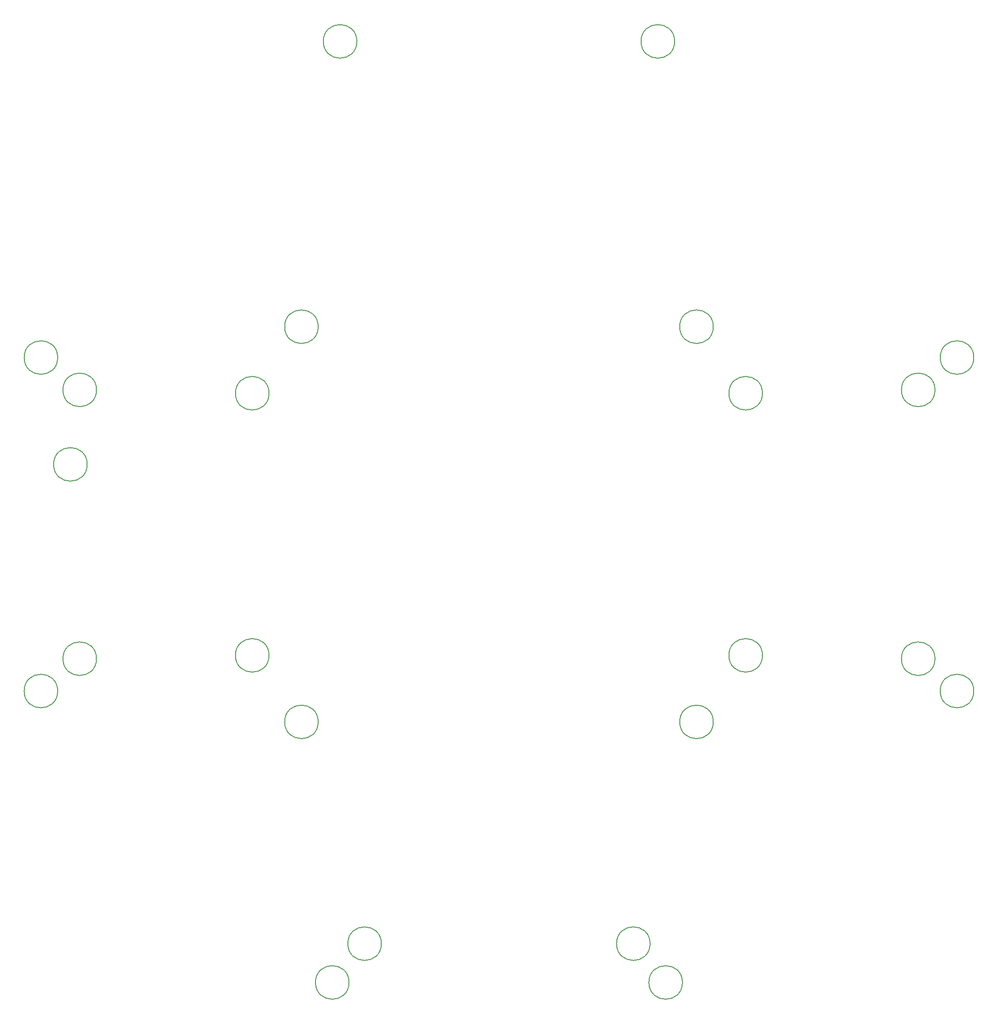
<source format=gbr>
%TF.GenerationSoftware,KiCad,Pcbnew,8.0.1*%
%TF.CreationDate,2025-01-30T00:04:43+09:00*%
%TF.ProjectId,Line-003-20241222,4c696e65-2d30-4303-932d-323032343132,rev?*%
%TF.SameCoordinates,Original*%
%TF.FileFunction,Other,Comment*%
%FSLAX46Y46*%
G04 Gerber Fmt 4.6, Leading zero omitted, Abs format (unit mm)*
G04 Created by KiCad (PCBNEW 8.0.1) date 2025-01-30 00:04:43*
%MOMM*%
%LPD*%
G01*
G04 APERTURE LIST*
%ADD10C,0.150000*%
G04 APERTURE END LIST*
D10*
%TO.C,REF\u002A\u002A*%
X-43870669Y24999019D02*
G75*
G02*
X-50270669Y24999019I-3200000J0D01*
G01*
X-50270669Y24999019D02*
G75*
G02*
X-43870669Y24999019I3200000J0D01*
G01*
X83194425Y25636949D02*
G75*
G02*
X76794425Y25636949I-3200000J0D01*
G01*
X76794425Y25636949D02*
G75*
G02*
X83194425Y25636949I3200000J0D01*
G01*
X50275818Y-25000968D02*
G75*
G02*
X43875818Y-25000968I-3200000J0D01*
G01*
X43875818Y-25000968D02*
G75*
G02*
X50275818Y-25000968I3200000J0D01*
G01*
X90593986Y-31808854D02*
G75*
G02*
X84193986Y-31808854I-3200000J0D01*
G01*
X84193986Y-31808854D02*
G75*
G02*
X90593986Y-31808854I3200000J0D01*
G01*
X90593986Y31806892D02*
G75*
G02*
X84193986Y31806892I-3200000J0D01*
G01*
X84193986Y31806892D02*
G75*
G02*
X90593986Y31806892I3200000J0D01*
G01*
X-43870669Y-25000981D02*
G75*
G02*
X-50270669Y-25000981I-3200000J0D01*
G01*
X-50270669Y-25000981D02*
G75*
G02*
X-43870669Y-25000981I3200000J0D01*
G01*
X-76789281Y-25638911D02*
G75*
G02*
X-83189281Y-25638911I-3200000J0D01*
G01*
X-83189281Y-25638911D02*
G75*
G02*
X-76789281Y-25638911I3200000J0D01*
G01*
X-84188842Y31806892D02*
G75*
G02*
X-90588842Y31806892I-3200000J0D01*
G01*
X-90588842Y31806892D02*
G75*
G02*
X-84188842Y31806892I3200000J0D01*
G01*
X28840502Y-79992834D02*
G75*
G02*
X22440502Y-79992834I-3200000J0D01*
G01*
X22440502Y-79992834D02*
G75*
G02*
X28840502Y-79992834I3200000J0D01*
G01*
X35010445Y-87392395D02*
G75*
G02*
X28610445Y-87392395I-3200000J0D01*
G01*
X28610445Y-87392395D02*
G75*
G02*
X35010445Y-87392395I3200000J0D01*
G01*
X33516322Y92112824D02*
G75*
G02*
X27116322Y92112824I-3200000J0D01*
G01*
X27116322Y92112824D02*
G75*
G02*
X33516322Y92112824I3200000J0D01*
G01*
X83194425Y-25638911D02*
G75*
G02*
X76794425Y-25638911I-3200000J0D01*
G01*
X76794425Y-25638911D02*
G75*
G02*
X83194425Y-25638911I3200000J0D01*
G01*
X-84188828Y-31808881D02*
G75*
G02*
X-90588828Y-31808881I-3200000J0D01*
G01*
X-90588828Y-31808881D02*
G75*
G02*
X-84188828Y-31808881I3200000J0D01*
G01*
X-34486219Y-37689772D02*
G75*
G02*
X-40886219Y-37689772I-3200000J0D01*
G01*
X-40886219Y-37689772D02*
G75*
G02*
X-34486219Y-37689772I3200000J0D01*
G01*
X-76789281Y25636949D02*
G75*
G02*
X-83189281Y25636949I-3200000J0D01*
G01*
X-83189281Y25636949D02*
G75*
G02*
X-76789281Y25636949I3200000J0D01*
G01*
X-22435358Y-79992831D02*
G75*
G02*
X-28835358Y-79992831I-3200000J0D01*
G01*
X-28835358Y-79992831D02*
G75*
G02*
X-22435358Y-79992831I3200000J0D01*
G01*
X-27111177Y92112824D02*
G75*
G02*
X-33511177Y92112824I-3200000J0D01*
G01*
X-33511177Y92112824D02*
G75*
G02*
X-27111177Y92112824I3200000J0D01*
G01*
X40891364Y37687811D02*
G75*
G02*
X34491364Y37687811I-3200000J0D01*
G01*
X34491364Y37687811D02*
G75*
G02*
X40891364Y37687811I3200000J0D01*
G01*
X-28605301Y-87392395D02*
G75*
G02*
X-35005301Y-87392395I-3200000J0D01*
G01*
X-35005301Y-87392395D02*
G75*
G02*
X-28605301Y-87392395I3200000J0D01*
G01*
X-78567428Y11429019D02*
G75*
G02*
X-84967428Y11429019I-3200000J0D01*
G01*
X-84967428Y11429019D02*
G75*
G02*
X-78567428Y11429019I3200000J0D01*
G01*
X40891363Y-37689772D02*
G75*
G02*
X34491363Y-37689772I-3200000J0D01*
G01*
X34491363Y-37689772D02*
G75*
G02*
X40891363Y-37689772I3200000J0D01*
G01*
X-34486220Y37687811D02*
G75*
G02*
X-40886220Y37687811I-3200000J0D01*
G01*
X-40886220Y37687811D02*
G75*
G02*
X-34486220Y37687811I3200000J0D01*
G01*
X50275813Y24999019D02*
G75*
G02*
X43875813Y24999019I-3200000J0D01*
G01*
X43875813Y24999019D02*
G75*
G02*
X50275813Y24999019I3200000J0D01*
G01*
%TD*%
M02*

</source>
